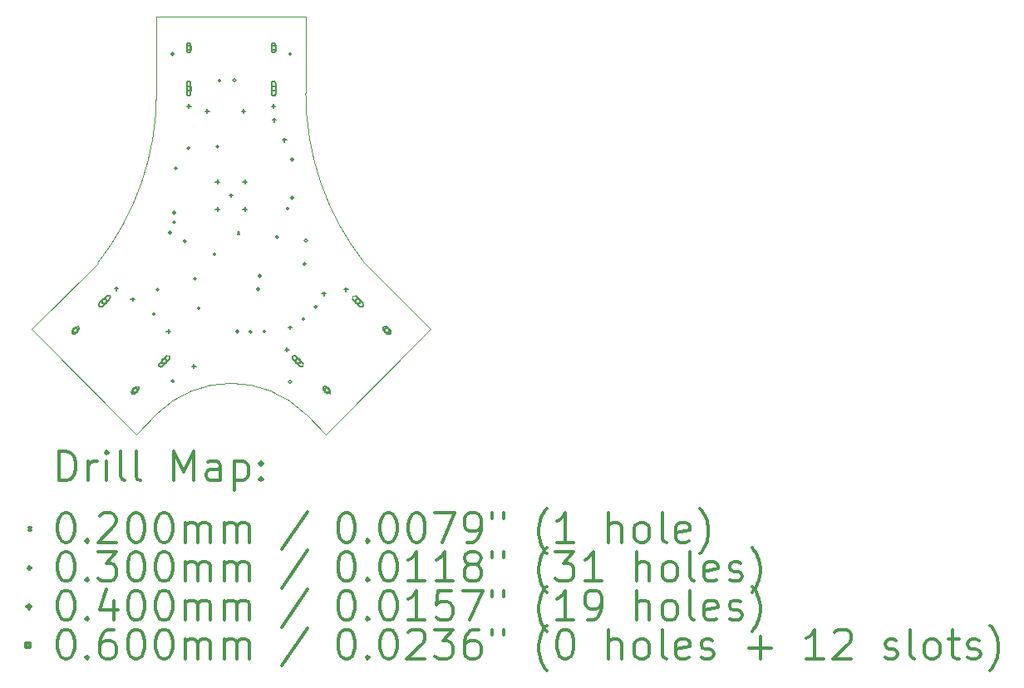
<source format=gbr>
%FSLAX45Y45*%
G04 Gerber Fmt 4.5, Leading zero omitted, Abs format (unit mm)*
G04 Created by KiCad (PCBNEW (5.1.10-1-10_14)) date 2021-07-26 11:30:28*
%MOMM*%
%LPD*%
G01*
G04 APERTURE LIST*
%TA.AperFunction,Profile*%
%ADD10C,0.100000*%
%TD*%
%ADD11C,0.200000*%
%ADD12C,0.300000*%
G04 APERTURE END LIST*
D10*
X965000Y-2235000D02*
X2035000Y-1165000D01*
X-760000Y2020000D02*
X-760000Y1241000D01*
X-1359601Y-490543D02*
G75*
G03*
X-760000Y1241000I-2200399J1731544D01*
G01*
X1359489Y-490402D02*
G75*
G02*
X760000Y1241000I2200511J1731402D01*
G01*
X760000Y-2030000D02*
G75*
G03*
X-760000Y-2030000I-760000J-760000D01*
G01*
X-965000Y-2235000D02*
X-760000Y-2030000D01*
X-2035000Y-1165000D02*
X-1359601Y-490543D01*
X2035000Y-1165000D02*
X1359601Y-490543D01*
X965000Y-2235000D02*
X760000Y-2030000D01*
X760000Y2020000D02*
X760000Y1241000D01*
X-760000Y2020000D02*
X760000Y2020000D01*
X-2035000Y-1165000D02*
X-965000Y-2235000D01*
D11*
X65000Y-175000D02*
X85000Y-195000D01*
X85000Y-175000D02*
X65000Y-195000D01*
X-775000Y-1010000D02*
G75*
G03*
X-775000Y-1010000I-15000J0D01*
G01*
X-735000Y-760000D02*
G75*
G03*
X-735000Y-760000I-15000J0D01*
G01*
X-607300Y-180000D02*
G75*
G03*
X-607300Y-180000I-15000J0D01*
G01*
X-585000Y1640000D02*
G75*
G03*
X-585000Y1640000I-15000J0D01*
G01*
X-580000Y-1695000D02*
G75*
G03*
X-580000Y-1695000I-15000J0D01*
G01*
X-565000Y22000D02*
G75*
G03*
X-565000Y22000I-15000J0D01*
G01*
X-565000Y-75000D02*
G75*
G03*
X-565000Y-75000I-15000J0D01*
G01*
X-549336Y474336D02*
G75*
G03*
X-549336Y474336I-15000J0D01*
G01*
X-459000Y-267000D02*
G75*
G03*
X-459000Y-267000I-15000J0D01*
G01*
X-420000Y680000D02*
G75*
G03*
X-420000Y680000I-15000J0D01*
G01*
X-355000Y-650000D02*
G75*
G03*
X-355000Y-650000I-15000J0D01*
G01*
X-315000Y-950000D02*
G75*
G03*
X-315000Y-950000I-15000J0D01*
G01*
X-155000Y-400000D02*
G75*
G03*
X-155000Y-400000I-15000J0D01*
G01*
X-125000Y695000D02*
G75*
G03*
X-125000Y695000I-15000J0D01*
G01*
X-105000Y1370000D02*
G75*
G03*
X-105000Y1370000I-15000J0D01*
G01*
X47700Y1375000D02*
G75*
G03*
X47700Y1375000I-15000J0D01*
G01*
X77500Y-1187500D02*
G75*
G03*
X77500Y-1187500I-15000J0D01*
G01*
X210000Y-1190000D02*
G75*
G03*
X210000Y-1190000I-15000J0D01*
G01*
X290000Y-755000D02*
G75*
G03*
X290000Y-755000I-15000J0D01*
G01*
X305000Y-620000D02*
G75*
G03*
X305000Y-620000I-15000J0D01*
G01*
X352500Y-1187500D02*
G75*
G03*
X352500Y-1187500I-15000J0D01*
G01*
X482500Y-225000D02*
G75*
G03*
X482500Y-225000I-15000J0D01*
G01*
X590000Y65000D02*
G75*
G03*
X590000Y65000I-15000J0D01*
G01*
X615000Y1640000D02*
G75*
G03*
X615000Y1640000I-15000J0D01*
G01*
X615000Y-1700000D02*
G75*
G03*
X615000Y-1700000I-15000J0D01*
G01*
X635000Y565000D02*
G75*
G03*
X635000Y565000I-15000J0D01*
G01*
X635000Y175000D02*
G75*
G03*
X635000Y175000I-15000J0D01*
G01*
X750664Y-1059336D02*
G75*
G03*
X750664Y-1059336I-15000J0D01*
G01*
X760400Y-500000D02*
G75*
G03*
X760400Y-500000I-15000J0D01*
G01*
X775000Y-260000D02*
G75*
G03*
X775000Y-260000I-15000J0D01*
G01*
X875000Y-935000D02*
G75*
G03*
X875000Y-935000I-15000J0D01*
G01*
X-1170000Y-730000D02*
X-1170000Y-770000D01*
X-1190000Y-750000D02*
X-1150000Y-750000D01*
X-1002442Y-837442D02*
X-1002442Y-877442D01*
X-1022442Y-857442D02*
X-982442Y-857442D01*
X-640000Y-1165000D02*
X-640000Y-1205000D01*
X-660000Y-1185000D02*
X-620000Y-1185000D01*
X-430000Y1130000D02*
X-430000Y1090000D01*
X-450000Y1110000D02*
X-410000Y1110000D01*
X-380000Y-1520000D02*
X-380000Y-1560000D01*
X-400000Y-1540000D02*
X-360000Y-1540000D01*
X-245000Y1077700D02*
X-245000Y1037700D01*
X-265000Y1057700D02*
X-225000Y1057700D01*
X-140000Y360000D02*
X-140000Y320000D01*
X-160000Y340000D02*
X-120000Y340000D01*
X-140000Y80000D02*
X-140000Y40000D01*
X-160000Y60000D02*
X-120000Y60000D01*
X0Y220000D02*
X0Y180000D01*
X-20000Y200000D02*
X20000Y200000D01*
X125000Y1077700D02*
X125000Y1037700D01*
X105000Y1057700D02*
X145000Y1057700D01*
X140000Y360000D02*
X140000Y320000D01*
X120000Y340000D02*
X160000Y340000D01*
X140000Y80000D02*
X140000Y40000D01*
X120000Y60000D02*
X160000Y60000D01*
X430000Y1130000D02*
X430000Y1090000D01*
X410000Y1110000D02*
X450000Y1110000D01*
X440000Y990000D02*
X440000Y950000D01*
X420000Y970000D02*
X460000Y970000D01*
X542500Y785000D02*
X542500Y745000D01*
X522500Y765000D02*
X562500Y765000D01*
X570000Y-1350000D02*
X570000Y-1390000D01*
X550000Y-1370000D02*
X590000Y-1370000D01*
X600000Y-1125000D02*
X600000Y-1165000D01*
X580000Y-1145000D02*
X620000Y-1145000D01*
X945000Y-780000D02*
X945000Y-820000D01*
X925000Y-800000D02*
X965000Y-800000D01*
X1170000Y-740000D02*
X1170000Y-780000D01*
X1150000Y-760000D02*
X1190000Y-760000D01*
X-1564503Y-1195990D02*
X-1564503Y-1153563D01*
X-1606930Y-1153563D01*
X-1606930Y-1195990D01*
X-1564503Y-1195990D01*
X-1578645Y-1139421D02*
X-1621072Y-1181847D01*
X-1550361Y-1167705D02*
X-1592787Y-1210131D01*
X-1621072Y-1181847D02*
G75*
G03*
X-1592787Y-1210131I14142J-14142D01*
G01*
X-1550361Y-1167705D02*
G75*
G03*
X-1578645Y-1139421I-14142J14142D01*
G01*
X-1268932Y-900419D02*
X-1268932Y-857992D01*
X-1311359Y-857992D01*
X-1311359Y-900419D01*
X-1268932Y-900419D01*
X-1265397Y-826172D02*
X-1343179Y-903954D01*
X-1237113Y-854457D02*
X-1314894Y-932238D01*
X-1343179Y-903954D02*
G75*
G03*
X-1314895Y-932238I14142J-14142D01*
G01*
X-1237113Y-854457D02*
G75*
G03*
X-1265397Y-826172I-14142J14142D01*
G01*
X-953563Y-1806930D02*
X-953563Y-1764503D01*
X-995989Y-1764503D01*
X-995989Y-1806930D01*
X-953563Y-1806930D01*
X-967705Y-1750361D02*
X-1010131Y-1792787D01*
X-939421Y-1778645D02*
X-981847Y-1821072D01*
X-1010131Y-1792787D02*
G75*
G03*
X-981847Y-1821072I14142J-14142D01*
G01*
X-939421Y-1778645D02*
G75*
G03*
X-967705Y-1750361I-14142J14142D01*
G01*
X-657992Y-1511359D02*
X-657992Y-1468932D01*
X-700419Y-1468932D01*
X-700419Y-1511359D01*
X-657992Y-1511359D01*
X-654457Y-1437113D02*
X-732238Y-1514894D01*
X-626172Y-1465397D02*
X-703954Y-1543179D01*
X-732238Y-1514894D02*
G75*
G03*
X-703954Y-1543179I14142J-14142D01*
G01*
X-626172Y-1465397D02*
G75*
G03*
X-654457Y-1437113I-14142J14142D01*
G01*
X-410787Y1683787D02*
X-410787Y1726213D01*
X-453213Y1726213D01*
X-453213Y1683787D01*
X-410787Y1683787D01*
X-412000Y1675000D02*
X-412000Y1735000D01*
X-452000Y1675000D02*
X-452000Y1735000D01*
X-412000Y1735000D02*
G75*
G03*
X-452000Y1735000I-20000J0D01*
G01*
X-452000Y1675000D02*
G75*
G03*
X-412000Y1675000I20000J0D01*
G01*
X-410787Y1265787D02*
X-410787Y1308213D01*
X-453213Y1308213D01*
X-453213Y1265787D01*
X-410787Y1265787D01*
X-412000Y1232000D02*
X-412000Y1342000D01*
X-452000Y1232000D02*
X-452000Y1342000D01*
X-412000Y1342000D02*
G75*
G03*
X-452000Y1342000I-20000J0D01*
G01*
X-452000Y1232000D02*
G75*
G03*
X-412000Y1232000I20000J0D01*
G01*
X453213Y1683787D02*
X453213Y1726213D01*
X410787Y1726213D01*
X410787Y1683787D01*
X453213Y1683787D01*
X452000Y1675000D02*
X452000Y1735000D01*
X412000Y1675000D02*
X412000Y1735000D01*
X452000Y1735000D02*
G75*
G03*
X412000Y1735000I-20000J0D01*
G01*
X412000Y1675000D02*
G75*
G03*
X452000Y1675000I20000J0D01*
G01*
X453213Y1265787D02*
X453213Y1308213D01*
X410787Y1308213D01*
X410787Y1265787D01*
X453213Y1265787D01*
X452000Y1232000D02*
X452000Y1342000D01*
X412000Y1232000D02*
X412000Y1342000D01*
X452000Y1342000D02*
G75*
G03*
X412000Y1342000I-20000J0D01*
G01*
X412000Y1232000D02*
G75*
G03*
X452000Y1232000I20000J0D01*
G01*
X700419Y-1511359D02*
X700419Y-1468932D01*
X657992Y-1468932D01*
X657992Y-1511359D01*
X700419Y-1511359D01*
X626172Y-1465397D02*
X703954Y-1543179D01*
X654457Y-1437113D02*
X732238Y-1514894D01*
X703954Y-1543179D02*
G75*
G03*
X732238Y-1514894I14142J14142D01*
G01*
X654457Y-1437113D02*
G75*
G03*
X626172Y-1465397I-14142J-14142D01*
G01*
X995989Y-1806930D02*
X995989Y-1764503D01*
X953563Y-1764503D01*
X953563Y-1806930D01*
X995989Y-1806930D01*
X939421Y-1778645D02*
X981847Y-1821072D01*
X967705Y-1750361D02*
X1010131Y-1792787D01*
X981847Y-1821072D02*
G75*
G03*
X1010131Y-1792787I14142J14142D01*
G01*
X967705Y-1750361D02*
G75*
G03*
X939421Y-1778645I-14142J-14142D01*
G01*
X1311359Y-900419D02*
X1311359Y-857992D01*
X1268932Y-857992D01*
X1268932Y-900419D01*
X1311359Y-900419D01*
X1237113Y-854457D02*
X1314894Y-932238D01*
X1265397Y-826172D02*
X1343179Y-903954D01*
X1314895Y-932238D02*
G75*
G03*
X1343179Y-903954I14142J14142D01*
G01*
X1265397Y-826172D02*
G75*
G03*
X1237113Y-854457I-14142J-14142D01*
G01*
X1606930Y-1195990D02*
X1606930Y-1153563D01*
X1564503Y-1153563D01*
X1564503Y-1195990D01*
X1606930Y-1195990D01*
X1550361Y-1167705D02*
X1592787Y-1210131D01*
X1578645Y-1139421D02*
X1621072Y-1181847D01*
X1592787Y-1210131D02*
G75*
G03*
X1621072Y-1181847I14142J14142D01*
G01*
X1578645Y-1139421D02*
G75*
G03*
X1550361Y-1167705I-14142J-14142D01*
G01*
D12*
X-1753571Y-2705714D02*
X-1753571Y-2405714D01*
X-1682143Y-2405714D01*
X-1639286Y-2420000D01*
X-1610714Y-2448572D01*
X-1596429Y-2477143D01*
X-1582143Y-2534286D01*
X-1582143Y-2577143D01*
X-1596429Y-2634286D01*
X-1610714Y-2662857D01*
X-1639286Y-2691429D01*
X-1682143Y-2705714D01*
X-1753571Y-2705714D01*
X-1453571Y-2705714D02*
X-1453571Y-2505714D01*
X-1453571Y-2562857D02*
X-1439286Y-2534286D01*
X-1425000Y-2520000D01*
X-1396429Y-2505714D01*
X-1367857Y-2505714D01*
X-1267857Y-2705714D02*
X-1267857Y-2505714D01*
X-1267857Y-2405714D02*
X-1282143Y-2420000D01*
X-1267857Y-2434286D01*
X-1253572Y-2420000D01*
X-1267857Y-2405714D01*
X-1267857Y-2434286D01*
X-1082143Y-2705714D02*
X-1110714Y-2691429D01*
X-1125000Y-2662857D01*
X-1125000Y-2405714D01*
X-925000Y-2705714D02*
X-953571Y-2691429D01*
X-967857Y-2662857D01*
X-967857Y-2405714D01*
X-582143Y-2705714D02*
X-582143Y-2405714D01*
X-482143Y-2620000D01*
X-382143Y-2405714D01*
X-382143Y-2705714D01*
X-110714Y-2705714D02*
X-110714Y-2548572D01*
X-125000Y-2520000D01*
X-153572Y-2505714D01*
X-210714Y-2505714D01*
X-239286Y-2520000D01*
X-110714Y-2691429D02*
X-139286Y-2705714D01*
X-210714Y-2705714D01*
X-239286Y-2691429D01*
X-253571Y-2662857D01*
X-253571Y-2634286D01*
X-239286Y-2605714D01*
X-210714Y-2591429D01*
X-139286Y-2591429D01*
X-110714Y-2577143D01*
X32143Y-2505714D02*
X32143Y-2805714D01*
X32143Y-2520000D02*
X60714Y-2505714D01*
X117857Y-2505714D01*
X146428Y-2520000D01*
X160714Y-2534286D01*
X175000Y-2562857D01*
X175000Y-2648572D01*
X160714Y-2677143D01*
X146428Y-2691429D01*
X117857Y-2705714D01*
X60714Y-2705714D01*
X32143Y-2691429D01*
X303571Y-2677143D02*
X317857Y-2691429D01*
X303571Y-2705714D01*
X289286Y-2691429D01*
X303571Y-2677143D01*
X303571Y-2705714D01*
X303571Y-2520000D02*
X317857Y-2534286D01*
X303571Y-2548572D01*
X289286Y-2534286D01*
X303571Y-2520000D01*
X303571Y-2548572D01*
X-2060000Y-3190000D02*
X-2040000Y-3210000D01*
X-2040000Y-3190000D02*
X-2060000Y-3210000D01*
X-1696429Y-3035714D02*
X-1667857Y-3035714D01*
X-1639286Y-3050000D01*
X-1625000Y-3064286D01*
X-1610714Y-3092857D01*
X-1596429Y-3150000D01*
X-1596429Y-3221429D01*
X-1610714Y-3278571D01*
X-1625000Y-3307143D01*
X-1639286Y-3321429D01*
X-1667857Y-3335714D01*
X-1696429Y-3335714D01*
X-1725000Y-3321429D01*
X-1739286Y-3307143D01*
X-1753571Y-3278571D01*
X-1767857Y-3221429D01*
X-1767857Y-3150000D01*
X-1753571Y-3092857D01*
X-1739286Y-3064286D01*
X-1725000Y-3050000D01*
X-1696429Y-3035714D01*
X-1467857Y-3307143D02*
X-1453571Y-3321429D01*
X-1467857Y-3335714D01*
X-1482143Y-3321429D01*
X-1467857Y-3307143D01*
X-1467857Y-3335714D01*
X-1339286Y-3064286D02*
X-1325000Y-3050000D01*
X-1296429Y-3035714D01*
X-1225000Y-3035714D01*
X-1196429Y-3050000D01*
X-1182143Y-3064286D01*
X-1167857Y-3092857D01*
X-1167857Y-3121429D01*
X-1182143Y-3164286D01*
X-1353572Y-3335714D01*
X-1167857Y-3335714D01*
X-982143Y-3035714D02*
X-953571Y-3035714D01*
X-925000Y-3050000D01*
X-910714Y-3064286D01*
X-896429Y-3092857D01*
X-882143Y-3150000D01*
X-882143Y-3221429D01*
X-896429Y-3278571D01*
X-910714Y-3307143D01*
X-925000Y-3321429D01*
X-953571Y-3335714D01*
X-982143Y-3335714D01*
X-1010714Y-3321429D01*
X-1025000Y-3307143D01*
X-1039286Y-3278571D01*
X-1053572Y-3221429D01*
X-1053572Y-3150000D01*
X-1039286Y-3092857D01*
X-1025000Y-3064286D01*
X-1010714Y-3050000D01*
X-982143Y-3035714D01*
X-696429Y-3035714D02*
X-667857Y-3035714D01*
X-639286Y-3050000D01*
X-625000Y-3064286D01*
X-610714Y-3092857D01*
X-596429Y-3150000D01*
X-596429Y-3221429D01*
X-610714Y-3278571D01*
X-625000Y-3307143D01*
X-639286Y-3321429D01*
X-667857Y-3335714D01*
X-696429Y-3335714D01*
X-725000Y-3321429D01*
X-739286Y-3307143D01*
X-753571Y-3278571D01*
X-767857Y-3221429D01*
X-767857Y-3150000D01*
X-753571Y-3092857D01*
X-739286Y-3064286D01*
X-725000Y-3050000D01*
X-696429Y-3035714D01*
X-467857Y-3335714D02*
X-467857Y-3135714D01*
X-467857Y-3164286D02*
X-453571Y-3150000D01*
X-425000Y-3135714D01*
X-382143Y-3135714D01*
X-353571Y-3150000D01*
X-339286Y-3178571D01*
X-339286Y-3335714D01*
X-339286Y-3178571D02*
X-325000Y-3150000D01*
X-296429Y-3135714D01*
X-253571Y-3135714D01*
X-225000Y-3150000D01*
X-210714Y-3178571D01*
X-210714Y-3335714D01*
X-67857Y-3335714D02*
X-67857Y-3135714D01*
X-67857Y-3164286D02*
X-53571Y-3150000D01*
X-25000Y-3135714D01*
X17857Y-3135714D01*
X46428Y-3150000D01*
X60714Y-3178571D01*
X60714Y-3335714D01*
X60714Y-3178571D02*
X75000Y-3150000D01*
X103571Y-3135714D01*
X146428Y-3135714D01*
X175000Y-3150000D01*
X189286Y-3178571D01*
X189286Y-3335714D01*
X775000Y-3021429D02*
X517857Y-3407143D01*
X1160714Y-3035714D02*
X1189286Y-3035714D01*
X1217857Y-3050000D01*
X1232143Y-3064286D01*
X1246428Y-3092857D01*
X1260714Y-3150000D01*
X1260714Y-3221429D01*
X1246428Y-3278571D01*
X1232143Y-3307143D01*
X1217857Y-3321429D01*
X1189286Y-3335714D01*
X1160714Y-3335714D01*
X1132143Y-3321429D01*
X1117857Y-3307143D01*
X1103571Y-3278571D01*
X1089286Y-3221429D01*
X1089286Y-3150000D01*
X1103571Y-3092857D01*
X1117857Y-3064286D01*
X1132143Y-3050000D01*
X1160714Y-3035714D01*
X1389286Y-3307143D02*
X1403571Y-3321429D01*
X1389286Y-3335714D01*
X1375000Y-3321429D01*
X1389286Y-3307143D01*
X1389286Y-3335714D01*
X1589286Y-3035714D02*
X1617857Y-3035714D01*
X1646428Y-3050000D01*
X1660714Y-3064286D01*
X1675000Y-3092857D01*
X1689286Y-3150000D01*
X1689286Y-3221429D01*
X1675000Y-3278571D01*
X1660714Y-3307143D01*
X1646428Y-3321429D01*
X1617857Y-3335714D01*
X1589286Y-3335714D01*
X1560714Y-3321429D01*
X1546428Y-3307143D01*
X1532143Y-3278571D01*
X1517857Y-3221429D01*
X1517857Y-3150000D01*
X1532143Y-3092857D01*
X1546428Y-3064286D01*
X1560714Y-3050000D01*
X1589286Y-3035714D01*
X1875000Y-3035714D02*
X1903571Y-3035714D01*
X1932143Y-3050000D01*
X1946428Y-3064286D01*
X1960714Y-3092857D01*
X1975000Y-3150000D01*
X1975000Y-3221429D01*
X1960714Y-3278571D01*
X1946428Y-3307143D01*
X1932143Y-3321429D01*
X1903571Y-3335714D01*
X1875000Y-3335714D01*
X1846428Y-3321429D01*
X1832143Y-3307143D01*
X1817857Y-3278571D01*
X1803571Y-3221429D01*
X1803571Y-3150000D01*
X1817857Y-3092857D01*
X1832143Y-3064286D01*
X1846428Y-3050000D01*
X1875000Y-3035714D01*
X2075000Y-3035714D02*
X2275000Y-3035714D01*
X2146428Y-3335714D01*
X2403571Y-3335714D02*
X2460714Y-3335714D01*
X2489286Y-3321429D01*
X2503571Y-3307143D01*
X2532143Y-3264286D01*
X2546428Y-3207143D01*
X2546428Y-3092857D01*
X2532143Y-3064286D01*
X2517857Y-3050000D01*
X2489286Y-3035714D01*
X2432143Y-3035714D01*
X2403571Y-3050000D01*
X2389286Y-3064286D01*
X2375000Y-3092857D01*
X2375000Y-3164286D01*
X2389286Y-3192857D01*
X2403571Y-3207143D01*
X2432143Y-3221429D01*
X2489286Y-3221429D01*
X2517857Y-3207143D01*
X2532143Y-3192857D01*
X2546428Y-3164286D01*
X2660714Y-3035714D02*
X2660714Y-3092857D01*
X2775000Y-3035714D02*
X2775000Y-3092857D01*
X3217857Y-3450000D02*
X3203571Y-3435714D01*
X3175000Y-3392857D01*
X3160714Y-3364286D01*
X3146428Y-3321429D01*
X3132143Y-3250000D01*
X3132143Y-3192857D01*
X3146428Y-3121429D01*
X3160714Y-3078571D01*
X3175000Y-3050000D01*
X3203571Y-3007143D01*
X3217857Y-2992857D01*
X3489286Y-3335714D02*
X3317857Y-3335714D01*
X3403571Y-3335714D02*
X3403571Y-3035714D01*
X3375000Y-3078571D01*
X3346428Y-3107143D01*
X3317857Y-3121429D01*
X3846428Y-3335714D02*
X3846428Y-3035714D01*
X3975000Y-3335714D02*
X3975000Y-3178571D01*
X3960714Y-3150000D01*
X3932143Y-3135714D01*
X3889286Y-3135714D01*
X3860714Y-3150000D01*
X3846428Y-3164286D01*
X4160714Y-3335714D02*
X4132143Y-3321429D01*
X4117857Y-3307143D01*
X4103571Y-3278571D01*
X4103571Y-3192857D01*
X4117857Y-3164286D01*
X4132143Y-3150000D01*
X4160714Y-3135714D01*
X4203571Y-3135714D01*
X4232143Y-3150000D01*
X4246428Y-3164286D01*
X4260714Y-3192857D01*
X4260714Y-3278571D01*
X4246428Y-3307143D01*
X4232143Y-3321429D01*
X4203571Y-3335714D01*
X4160714Y-3335714D01*
X4432143Y-3335714D02*
X4403571Y-3321429D01*
X4389286Y-3292857D01*
X4389286Y-3035714D01*
X4660714Y-3321429D02*
X4632143Y-3335714D01*
X4575000Y-3335714D01*
X4546428Y-3321429D01*
X4532143Y-3292857D01*
X4532143Y-3178571D01*
X4546428Y-3150000D01*
X4575000Y-3135714D01*
X4632143Y-3135714D01*
X4660714Y-3150000D01*
X4675000Y-3178571D01*
X4675000Y-3207143D01*
X4532143Y-3235714D01*
X4775000Y-3450000D02*
X4789286Y-3435714D01*
X4817857Y-3392857D01*
X4832143Y-3364286D01*
X4846428Y-3321429D01*
X4860714Y-3250000D01*
X4860714Y-3192857D01*
X4846428Y-3121429D01*
X4832143Y-3078571D01*
X4817857Y-3050000D01*
X4789286Y-3007143D01*
X4775000Y-2992857D01*
X-2040000Y-3596000D02*
G75*
G03*
X-2040000Y-3596000I-15000J0D01*
G01*
X-1696429Y-3431714D02*
X-1667857Y-3431714D01*
X-1639286Y-3446000D01*
X-1625000Y-3460286D01*
X-1610714Y-3488857D01*
X-1596429Y-3546000D01*
X-1596429Y-3617429D01*
X-1610714Y-3674571D01*
X-1625000Y-3703143D01*
X-1639286Y-3717429D01*
X-1667857Y-3731714D01*
X-1696429Y-3731714D01*
X-1725000Y-3717429D01*
X-1739286Y-3703143D01*
X-1753571Y-3674571D01*
X-1767857Y-3617429D01*
X-1767857Y-3546000D01*
X-1753571Y-3488857D01*
X-1739286Y-3460286D01*
X-1725000Y-3446000D01*
X-1696429Y-3431714D01*
X-1467857Y-3703143D02*
X-1453571Y-3717429D01*
X-1467857Y-3731714D01*
X-1482143Y-3717429D01*
X-1467857Y-3703143D01*
X-1467857Y-3731714D01*
X-1353572Y-3431714D02*
X-1167857Y-3431714D01*
X-1267857Y-3546000D01*
X-1225000Y-3546000D01*
X-1196429Y-3560286D01*
X-1182143Y-3574571D01*
X-1167857Y-3603143D01*
X-1167857Y-3674571D01*
X-1182143Y-3703143D01*
X-1196429Y-3717429D01*
X-1225000Y-3731714D01*
X-1310714Y-3731714D01*
X-1339286Y-3717429D01*
X-1353572Y-3703143D01*
X-982143Y-3431714D02*
X-953571Y-3431714D01*
X-925000Y-3446000D01*
X-910714Y-3460286D01*
X-896429Y-3488857D01*
X-882143Y-3546000D01*
X-882143Y-3617429D01*
X-896429Y-3674571D01*
X-910714Y-3703143D01*
X-925000Y-3717429D01*
X-953571Y-3731714D01*
X-982143Y-3731714D01*
X-1010714Y-3717429D01*
X-1025000Y-3703143D01*
X-1039286Y-3674571D01*
X-1053572Y-3617429D01*
X-1053572Y-3546000D01*
X-1039286Y-3488857D01*
X-1025000Y-3460286D01*
X-1010714Y-3446000D01*
X-982143Y-3431714D01*
X-696429Y-3431714D02*
X-667857Y-3431714D01*
X-639286Y-3446000D01*
X-625000Y-3460286D01*
X-610714Y-3488857D01*
X-596429Y-3546000D01*
X-596429Y-3617429D01*
X-610714Y-3674571D01*
X-625000Y-3703143D01*
X-639286Y-3717429D01*
X-667857Y-3731714D01*
X-696429Y-3731714D01*
X-725000Y-3717429D01*
X-739286Y-3703143D01*
X-753571Y-3674571D01*
X-767857Y-3617429D01*
X-767857Y-3546000D01*
X-753571Y-3488857D01*
X-739286Y-3460286D01*
X-725000Y-3446000D01*
X-696429Y-3431714D01*
X-467857Y-3731714D02*
X-467857Y-3531714D01*
X-467857Y-3560286D02*
X-453571Y-3546000D01*
X-425000Y-3531714D01*
X-382143Y-3531714D01*
X-353571Y-3546000D01*
X-339286Y-3574571D01*
X-339286Y-3731714D01*
X-339286Y-3574571D02*
X-325000Y-3546000D01*
X-296429Y-3531714D01*
X-253571Y-3531714D01*
X-225000Y-3546000D01*
X-210714Y-3574571D01*
X-210714Y-3731714D01*
X-67857Y-3731714D02*
X-67857Y-3531714D01*
X-67857Y-3560286D02*
X-53571Y-3546000D01*
X-25000Y-3531714D01*
X17857Y-3531714D01*
X46428Y-3546000D01*
X60714Y-3574571D01*
X60714Y-3731714D01*
X60714Y-3574571D02*
X75000Y-3546000D01*
X103571Y-3531714D01*
X146428Y-3531714D01*
X175000Y-3546000D01*
X189286Y-3574571D01*
X189286Y-3731714D01*
X775000Y-3417429D02*
X517857Y-3803143D01*
X1160714Y-3431714D02*
X1189286Y-3431714D01*
X1217857Y-3446000D01*
X1232143Y-3460286D01*
X1246428Y-3488857D01*
X1260714Y-3546000D01*
X1260714Y-3617429D01*
X1246428Y-3674571D01*
X1232143Y-3703143D01*
X1217857Y-3717429D01*
X1189286Y-3731714D01*
X1160714Y-3731714D01*
X1132143Y-3717429D01*
X1117857Y-3703143D01*
X1103571Y-3674571D01*
X1089286Y-3617429D01*
X1089286Y-3546000D01*
X1103571Y-3488857D01*
X1117857Y-3460286D01*
X1132143Y-3446000D01*
X1160714Y-3431714D01*
X1389286Y-3703143D02*
X1403571Y-3717429D01*
X1389286Y-3731714D01*
X1375000Y-3717429D01*
X1389286Y-3703143D01*
X1389286Y-3731714D01*
X1589286Y-3431714D02*
X1617857Y-3431714D01*
X1646428Y-3446000D01*
X1660714Y-3460286D01*
X1675000Y-3488857D01*
X1689286Y-3546000D01*
X1689286Y-3617429D01*
X1675000Y-3674571D01*
X1660714Y-3703143D01*
X1646428Y-3717429D01*
X1617857Y-3731714D01*
X1589286Y-3731714D01*
X1560714Y-3717429D01*
X1546428Y-3703143D01*
X1532143Y-3674571D01*
X1517857Y-3617429D01*
X1517857Y-3546000D01*
X1532143Y-3488857D01*
X1546428Y-3460286D01*
X1560714Y-3446000D01*
X1589286Y-3431714D01*
X1975000Y-3731714D02*
X1803571Y-3731714D01*
X1889286Y-3731714D02*
X1889286Y-3431714D01*
X1860714Y-3474571D01*
X1832143Y-3503143D01*
X1803571Y-3517429D01*
X2260714Y-3731714D02*
X2089286Y-3731714D01*
X2175000Y-3731714D02*
X2175000Y-3431714D01*
X2146428Y-3474571D01*
X2117857Y-3503143D01*
X2089286Y-3517429D01*
X2432143Y-3560286D02*
X2403571Y-3546000D01*
X2389286Y-3531714D01*
X2375000Y-3503143D01*
X2375000Y-3488857D01*
X2389286Y-3460286D01*
X2403571Y-3446000D01*
X2432143Y-3431714D01*
X2489286Y-3431714D01*
X2517857Y-3446000D01*
X2532143Y-3460286D01*
X2546428Y-3488857D01*
X2546428Y-3503143D01*
X2532143Y-3531714D01*
X2517857Y-3546000D01*
X2489286Y-3560286D01*
X2432143Y-3560286D01*
X2403571Y-3574571D01*
X2389286Y-3588857D01*
X2375000Y-3617429D01*
X2375000Y-3674571D01*
X2389286Y-3703143D01*
X2403571Y-3717429D01*
X2432143Y-3731714D01*
X2489286Y-3731714D01*
X2517857Y-3717429D01*
X2532143Y-3703143D01*
X2546428Y-3674571D01*
X2546428Y-3617429D01*
X2532143Y-3588857D01*
X2517857Y-3574571D01*
X2489286Y-3560286D01*
X2660714Y-3431714D02*
X2660714Y-3488857D01*
X2775000Y-3431714D02*
X2775000Y-3488857D01*
X3217857Y-3846000D02*
X3203571Y-3831714D01*
X3175000Y-3788857D01*
X3160714Y-3760286D01*
X3146428Y-3717429D01*
X3132143Y-3646000D01*
X3132143Y-3588857D01*
X3146428Y-3517429D01*
X3160714Y-3474571D01*
X3175000Y-3446000D01*
X3203571Y-3403143D01*
X3217857Y-3388857D01*
X3303571Y-3431714D02*
X3489286Y-3431714D01*
X3389286Y-3546000D01*
X3432143Y-3546000D01*
X3460714Y-3560286D01*
X3475000Y-3574571D01*
X3489286Y-3603143D01*
X3489286Y-3674571D01*
X3475000Y-3703143D01*
X3460714Y-3717429D01*
X3432143Y-3731714D01*
X3346428Y-3731714D01*
X3317857Y-3717429D01*
X3303571Y-3703143D01*
X3775000Y-3731714D02*
X3603571Y-3731714D01*
X3689286Y-3731714D02*
X3689286Y-3431714D01*
X3660714Y-3474571D01*
X3632143Y-3503143D01*
X3603571Y-3517429D01*
X4132143Y-3731714D02*
X4132143Y-3431714D01*
X4260714Y-3731714D02*
X4260714Y-3574571D01*
X4246428Y-3546000D01*
X4217857Y-3531714D01*
X4175000Y-3531714D01*
X4146428Y-3546000D01*
X4132143Y-3560286D01*
X4446428Y-3731714D02*
X4417857Y-3717429D01*
X4403571Y-3703143D01*
X4389286Y-3674571D01*
X4389286Y-3588857D01*
X4403571Y-3560286D01*
X4417857Y-3546000D01*
X4446428Y-3531714D01*
X4489286Y-3531714D01*
X4517857Y-3546000D01*
X4532143Y-3560286D01*
X4546428Y-3588857D01*
X4546428Y-3674571D01*
X4532143Y-3703143D01*
X4517857Y-3717429D01*
X4489286Y-3731714D01*
X4446428Y-3731714D01*
X4717857Y-3731714D02*
X4689286Y-3717429D01*
X4675000Y-3688857D01*
X4675000Y-3431714D01*
X4946428Y-3717429D02*
X4917857Y-3731714D01*
X4860714Y-3731714D01*
X4832143Y-3717429D01*
X4817857Y-3688857D01*
X4817857Y-3574571D01*
X4832143Y-3546000D01*
X4860714Y-3531714D01*
X4917857Y-3531714D01*
X4946428Y-3546000D01*
X4960714Y-3574571D01*
X4960714Y-3603143D01*
X4817857Y-3631714D01*
X5075000Y-3717429D02*
X5103571Y-3731714D01*
X5160714Y-3731714D01*
X5189286Y-3717429D01*
X5203571Y-3688857D01*
X5203571Y-3674571D01*
X5189286Y-3646000D01*
X5160714Y-3631714D01*
X5117857Y-3631714D01*
X5089286Y-3617429D01*
X5075000Y-3588857D01*
X5075000Y-3574571D01*
X5089286Y-3546000D01*
X5117857Y-3531714D01*
X5160714Y-3531714D01*
X5189286Y-3546000D01*
X5303571Y-3846000D02*
X5317857Y-3831714D01*
X5346428Y-3788857D01*
X5360714Y-3760286D01*
X5375000Y-3717429D01*
X5389286Y-3646000D01*
X5389286Y-3588857D01*
X5375000Y-3517429D01*
X5360714Y-3474571D01*
X5346428Y-3446000D01*
X5317857Y-3403143D01*
X5303571Y-3388857D01*
X-2060000Y-3972000D02*
X-2060000Y-4012000D01*
X-2080000Y-3992000D02*
X-2040000Y-3992000D01*
X-1696429Y-3827714D02*
X-1667857Y-3827714D01*
X-1639286Y-3842000D01*
X-1625000Y-3856286D01*
X-1610714Y-3884857D01*
X-1596429Y-3942000D01*
X-1596429Y-4013429D01*
X-1610714Y-4070571D01*
X-1625000Y-4099143D01*
X-1639286Y-4113429D01*
X-1667857Y-4127714D01*
X-1696429Y-4127714D01*
X-1725000Y-4113429D01*
X-1739286Y-4099143D01*
X-1753571Y-4070571D01*
X-1767857Y-4013429D01*
X-1767857Y-3942000D01*
X-1753571Y-3884857D01*
X-1739286Y-3856286D01*
X-1725000Y-3842000D01*
X-1696429Y-3827714D01*
X-1467857Y-4099143D02*
X-1453571Y-4113429D01*
X-1467857Y-4127714D01*
X-1482143Y-4113429D01*
X-1467857Y-4099143D01*
X-1467857Y-4127714D01*
X-1196429Y-3927714D02*
X-1196429Y-4127714D01*
X-1267857Y-3813429D02*
X-1339286Y-4027714D01*
X-1153572Y-4027714D01*
X-982143Y-3827714D02*
X-953571Y-3827714D01*
X-925000Y-3842000D01*
X-910714Y-3856286D01*
X-896429Y-3884857D01*
X-882143Y-3942000D01*
X-882143Y-4013429D01*
X-896429Y-4070571D01*
X-910714Y-4099143D01*
X-925000Y-4113429D01*
X-953571Y-4127714D01*
X-982143Y-4127714D01*
X-1010714Y-4113429D01*
X-1025000Y-4099143D01*
X-1039286Y-4070571D01*
X-1053572Y-4013429D01*
X-1053572Y-3942000D01*
X-1039286Y-3884857D01*
X-1025000Y-3856286D01*
X-1010714Y-3842000D01*
X-982143Y-3827714D01*
X-696429Y-3827714D02*
X-667857Y-3827714D01*
X-639286Y-3842000D01*
X-625000Y-3856286D01*
X-610714Y-3884857D01*
X-596429Y-3942000D01*
X-596429Y-4013429D01*
X-610714Y-4070571D01*
X-625000Y-4099143D01*
X-639286Y-4113429D01*
X-667857Y-4127714D01*
X-696429Y-4127714D01*
X-725000Y-4113429D01*
X-739286Y-4099143D01*
X-753571Y-4070571D01*
X-767857Y-4013429D01*
X-767857Y-3942000D01*
X-753571Y-3884857D01*
X-739286Y-3856286D01*
X-725000Y-3842000D01*
X-696429Y-3827714D01*
X-467857Y-4127714D02*
X-467857Y-3927714D01*
X-467857Y-3956286D02*
X-453571Y-3942000D01*
X-425000Y-3927714D01*
X-382143Y-3927714D01*
X-353571Y-3942000D01*
X-339286Y-3970571D01*
X-339286Y-4127714D01*
X-339286Y-3970571D02*
X-325000Y-3942000D01*
X-296429Y-3927714D01*
X-253571Y-3927714D01*
X-225000Y-3942000D01*
X-210714Y-3970571D01*
X-210714Y-4127714D01*
X-67857Y-4127714D02*
X-67857Y-3927714D01*
X-67857Y-3956286D02*
X-53571Y-3942000D01*
X-25000Y-3927714D01*
X17857Y-3927714D01*
X46428Y-3942000D01*
X60714Y-3970571D01*
X60714Y-4127714D01*
X60714Y-3970571D02*
X75000Y-3942000D01*
X103571Y-3927714D01*
X146428Y-3927714D01*
X175000Y-3942000D01*
X189286Y-3970571D01*
X189286Y-4127714D01*
X775000Y-3813429D02*
X517857Y-4199143D01*
X1160714Y-3827714D02*
X1189286Y-3827714D01*
X1217857Y-3842000D01*
X1232143Y-3856286D01*
X1246428Y-3884857D01*
X1260714Y-3942000D01*
X1260714Y-4013429D01*
X1246428Y-4070571D01*
X1232143Y-4099143D01*
X1217857Y-4113429D01*
X1189286Y-4127714D01*
X1160714Y-4127714D01*
X1132143Y-4113429D01*
X1117857Y-4099143D01*
X1103571Y-4070571D01*
X1089286Y-4013429D01*
X1089286Y-3942000D01*
X1103571Y-3884857D01*
X1117857Y-3856286D01*
X1132143Y-3842000D01*
X1160714Y-3827714D01*
X1389286Y-4099143D02*
X1403571Y-4113429D01*
X1389286Y-4127714D01*
X1375000Y-4113429D01*
X1389286Y-4099143D01*
X1389286Y-4127714D01*
X1589286Y-3827714D02*
X1617857Y-3827714D01*
X1646428Y-3842000D01*
X1660714Y-3856286D01*
X1675000Y-3884857D01*
X1689286Y-3942000D01*
X1689286Y-4013429D01*
X1675000Y-4070571D01*
X1660714Y-4099143D01*
X1646428Y-4113429D01*
X1617857Y-4127714D01*
X1589286Y-4127714D01*
X1560714Y-4113429D01*
X1546428Y-4099143D01*
X1532143Y-4070571D01*
X1517857Y-4013429D01*
X1517857Y-3942000D01*
X1532143Y-3884857D01*
X1546428Y-3856286D01*
X1560714Y-3842000D01*
X1589286Y-3827714D01*
X1975000Y-4127714D02*
X1803571Y-4127714D01*
X1889286Y-4127714D02*
X1889286Y-3827714D01*
X1860714Y-3870571D01*
X1832143Y-3899143D01*
X1803571Y-3913429D01*
X2246428Y-3827714D02*
X2103571Y-3827714D01*
X2089286Y-3970571D01*
X2103571Y-3956286D01*
X2132143Y-3942000D01*
X2203571Y-3942000D01*
X2232143Y-3956286D01*
X2246428Y-3970571D01*
X2260714Y-3999143D01*
X2260714Y-4070571D01*
X2246428Y-4099143D01*
X2232143Y-4113429D01*
X2203571Y-4127714D01*
X2132143Y-4127714D01*
X2103571Y-4113429D01*
X2089286Y-4099143D01*
X2360714Y-3827714D02*
X2560714Y-3827714D01*
X2432143Y-4127714D01*
X2660714Y-3827714D02*
X2660714Y-3884857D01*
X2775000Y-3827714D02*
X2775000Y-3884857D01*
X3217857Y-4242000D02*
X3203571Y-4227714D01*
X3175000Y-4184857D01*
X3160714Y-4156286D01*
X3146428Y-4113429D01*
X3132143Y-4042000D01*
X3132143Y-3984857D01*
X3146428Y-3913429D01*
X3160714Y-3870571D01*
X3175000Y-3842000D01*
X3203571Y-3799143D01*
X3217857Y-3784857D01*
X3489286Y-4127714D02*
X3317857Y-4127714D01*
X3403571Y-4127714D02*
X3403571Y-3827714D01*
X3375000Y-3870571D01*
X3346428Y-3899143D01*
X3317857Y-3913429D01*
X3632143Y-4127714D02*
X3689286Y-4127714D01*
X3717857Y-4113429D01*
X3732143Y-4099143D01*
X3760714Y-4056286D01*
X3775000Y-3999143D01*
X3775000Y-3884857D01*
X3760714Y-3856286D01*
X3746428Y-3842000D01*
X3717857Y-3827714D01*
X3660714Y-3827714D01*
X3632143Y-3842000D01*
X3617857Y-3856286D01*
X3603571Y-3884857D01*
X3603571Y-3956286D01*
X3617857Y-3984857D01*
X3632143Y-3999143D01*
X3660714Y-4013429D01*
X3717857Y-4013429D01*
X3746428Y-3999143D01*
X3760714Y-3984857D01*
X3775000Y-3956286D01*
X4132143Y-4127714D02*
X4132143Y-3827714D01*
X4260714Y-4127714D02*
X4260714Y-3970571D01*
X4246428Y-3942000D01*
X4217857Y-3927714D01*
X4175000Y-3927714D01*
X4146428Y-3942000D01*
X4132143Y-3956286D01*
X4446428Y-4127714D02*
X4417857Y-4113429D01*
X4403571Y-4099143D01*
X4389286Y-4070571D01*
X4389286Y-3984857D01*
X4403571Y-3956286D01*
X4417857Y-3942000D01*
X4446428Y-3927714D01*
X4489286Y-3927714D01*
X4517857Y-3942000D01*
X4532143Y-3956286D01*
X4546428Y-3984857D01*
X4546428Y-4070571D01*
X4532143Y-4099143D01*
X4517857Y-4113429D01*
X4489286Y-4127714D01*
X4446428Y-4127714D01*
X4717857Y-4127714D02*
X4689286Y-4113429D01*
X4675000Y-4084857D01*
X4675000Y-3827714D01*
X4946428Y-4113429D02*
X4917857Y-4127714D01*
X4860714Y-4127714D01*
X4832143Y-4113429D01*
X4817857Y-4084857D01*
X4817857Y-3970571D01*
X4832143Y-3942000D01*
X4860714Y-3927714D01*
X4917857Y-3927714D01*
X4946428Y-3942000D01*
X4960714Y-3970571D01*
X4960714Y-3999143D01*
X4817857Y-4027714D01*
X5075000Y-4113429D02*
X5103571Y-4127714D01*
X5160714Y-4127714D01*
X5189286Y-4113429D01*
X5203571Y-4084857D01*
X5203571Y-4070571D01*
X5189286Y-4042000D01*
X5160714Y-4027714D01*
X5117857Y-4027714D01*
X5089286Y-4013429D01*
X5075000Y-3984857D01*
X5075000Y-3970571D01*
X5089286Y-3942000D01*
X5117857Y-3927714D01*
X5160714Y-3927714D01*
X5189286Y-3942000D01*
X5303571Y-4242000D02*
X5317857Y-4227714D01*
X5346428Y-4184857D01*
X5360714Y-4156286D01*
X5375000Y-4113429D01*
X5389286Y-4042000D01*
X5389286Y-3984857D01*
X5375000Y-3913429D01*
X5360714Y-3870571D01*
X5346428Y-3842000D01*
X5317857Y-3799143D01*
X5303571Y-3784857D01*
X-2048787Y-4409214D02*
X-2048787Y-4366787D01*
X-2091213Y-4366787D01*
X-2091213Y-4409214D01*
X-2048787Y-4409214D01*
X-1696429Y-4223714D02*
X-1667857Y-4223714D01*
X-1639286Y-4238000D01*
X-1625000Y-4252286D01*
X-1610714Y-4280857D01*
X-1596429Y-4338000D01*
X-1596429Y-4409429D01*
X-1610714Y-4466572D01*
X-1625000Y-4495143D01*
X-1639286Y-4509429D01*
X-1667857Y-4523714D01*
X-1696429Y-4523714D01*
X-1725000Y-4509429D01*
X-1739286Y-4495143D01*
X-1753571Y-4466572D01*
X-1767857Y-4409429D01*
X-1767857Y-4338000D01*
X-1753571Y-4280857D01*
X-1739286Y-4252286D01*
X-1725000Y-4238000D01*
X-1696429Y-4223714D01*
X-1467857Y-4495143D02*
X-1453571Y-4509429D01*
X-1467857Y-4523714D01*
X-1482143Y-4509429D01*
X-1467857Y-4495143D01*
X-1467857Y-4523714D01*
X-1196429Y-4223714D02*
X-1253572Y-4223714D01*
X-1282143Y-4238000D01*
X-1296429Y-4252286D01*
X-1325000Y-4295143D01*
X-1339286Y-4352286D01*
X-1339286Y-4466572D01*
X-1325000Y-4495143D01*
X-1310714Y-4509429D01*
X-1282143Y-4523714D01*
X-1225000Y-4523714D01*
X-1196429Y-4509429D01*
X-1182143Y-4495143D01*
X-1167857Y-4466572D01*
X-1167857Y-4395143D01*
X-1182143Y-4366572D01*
X-1196429Y-4352286D01*
X-1225000Y-4338000D01*
X-1282143Y-4338000D01*
X-1310714Y-4352286D01*
X-1325000Y-4366572D01*
X-1339286Y-4395143D01*
X-982143Y-4223714D02*
X-953571Y-4223714D01*
X-925000Y-4238000D01*
X-910714Y-4252286D01*
X-896429Y-4280857D01*
X-882143Y-4338000D01*
X-882143Y-4409429D01*
X-896429Y-4466572D01*
X-910714Y-4495143D01*
X-925000Y-4509429D01*
X-953571Y-4523714D01*
X-982143Y-4523714D01*
X-1010714Y-4509429D01*
X-1025000Y-4495143D01*
X-1039286Y-4466572D01*
X-1053572Y-4409429D01*
X-1053572Y-4338000D01*
X-1039286Y-4280857D01*
X-1025000Y-4252286D01*
X-1010714Y-4238000D01*
X-982143Y-4223714D01*
X-696429Y-4223714D02*
X-667857Y-4223714D01*
X-639286Y-4238000D01*
X-625000Y-4252286D01*
X-610714Y-4280857D01*
X-596429Y-4338000D01*
X-596429Y-4409429D01*
X-610714Y-4466572D01*
X-625000Y-4495143D01*
X-639286Y-4509429D01*
X-667857Y-4523714D01*
X-696429Y-4523714D01*
X-725000Y-4509429D01*
X-739286Y-4495143D01*
X-753571Y-4466572D01*
X-767857Y-4409429D01*
X-767857Y-4338000D01*
X-753571Y-4280857D01*
X-739286Y-4252286D01*
X-725000Y-4238000D01*
X-696429Y-4223714D01*
X-467857Y-4523714D02*
X-467857Y-4323714D01*
X-467857Y-4352286D02*
X-453571Y-4338000D01*
X-425000Y-4323714D01*
X-382143Y-4323714D01*
X-353571Y-4338000D01*
X-339286Y-4366572D01*
X-339286Y-4523714D01*
X-339286Y-4366572D02*
X-325000Y-4338000D01*
X-296429Y-4323714D01*
X-253571Y-4323714D01*
X-225000Y-4338000D01*
X-210714Y-4366572D01*
X-210714Y-4523714D01*
X-67857Y-4523714D02*
X-67857Y-4323714D01*
X-67857Y-4352286D02*
X-53571Y-4338000D01*
X-25000Y-4323714D01*
X17857Y-4323714D01*
X46428Y-4338000D01*
X60714Y-4366572D01*
X60714Y-4523714D01*
X60714Y-4366572D02*
X75000Y-4338000D01*
X103571Y-4323714D01*
X146428Y-4323714D01*
X175000Y-4338000D01*
X189286Y-4366572D01*
X189286Y-4523714D01*
X775000Y-4209429D02*
X517857Y-4595143D01*
X1160714Y-4223714D02*
X1189286Y-4223714D01*
X1217857Y-4238000D01*
X1232143Y-4252286D01*
X1246428Y-4280857D01*
X1260714Y-4338000D01*
X1260714Y-4409429D01*
X1246428Y-4466572D01*
X1232143Y-4495143D01*
X1217857Y-4509429D01*
X1189286Y-4523714D01*
X1160714Y-4523714D01*
X1132143Y-4509429D01*
X1117857Y-4495143D01*
X1103571Y-4466572D01*
X1089286Y-4409429D01*
X1089286Y-4338000D01*
X1103571Y-4280857D01*
X1117857Y-4252286D01*
X1132143Y-4238000D01*
X1160714Y-4223714D01*
X1389286Y-4495143D02*
X1403571Y-4509429D01*
X1389286Y-4523714D01*
X1375000Y-4509429D01*
X1389286Y-4495143D01*
X1389286Y-4523714D01*
X1589286Y-4223714D02*
X1617857Y-4223714D01*
X1646428Y-4238000D01*
X1660714Y-4252286D01*
X1675000Y-4280857D01*
X1689286Y-4338000D01*
X1689286Y-4409429D01*
X1675000Y-4466572D01*
X1660714Y-4495143D01*
X1646428Y-4509429D01*
X1617857Y-4523714D01*
X1589286Y-4523714D01*
X1560714Y-4509429D01*
X1546428Y-4495143D01*
X1532143Y-4466572D01*
X1517857Y-4409429D01*
X1517857Y-4338000D01*
X1532143Y-4280857D01*
X1546428Y-4252286D01*
X1560714Y-4238000D01*
X1589286Y-4223714D01*
X1803571Y-4252286D02*
X1817857Y-4238000D01*
X1846428Y-4223714D01*
X1917857Y-4223714D01*
X1946428Y-4238000D01*
X1960714Y-4252286D01*
X1975000Y-4280857D01*
X1975000Y-4309429D01*
X1960714Y-4352286D01*
X1789286Y-4523714D01*
X1975000Y-4523714D01*
X2075000Y-4223714D02*
X2260714Y-4223714D01*
X2160714Y-4338000D01*
X2203571Y-4338000D01*
X2232143Y-4352286D01*
X2246428Y-4366572D01*
X2260714Y-4395143D01*
X2260714Y-4466572D01*
X2246428Y-4495143D01*
X2232143Y-4509429D01*
X2203571Y-4523714D01*
X2117857Y-4523714D01*
X2089286Y-4509429D01*
X2075000Y-4495143D01*
X2517857Y-4223714D02*
X2460714Y-4223714D01*
X2432143Y-4238000D01*
X2417857Y-4252286D01*
X2389286Y-4295143D01*
X2375000Y-4352286D01*
X2375000Y-4466572D01*
X2389286Y-4495143D01*
X2403571Y-4509429D01*
X2432143Y-4523714D01*
X2489286Y-4523714D01*
X2517857Y-4509429D01*
X2532143Y-4495143D01*
X2546428Y-4466572D01*
X2546428Y-4395143D01*
X2532143Y-4366572D01*
X2517857Y-4352286D01*
X2489286Y-4338000D01*
X2432143Y-4338000D01*
X2403571Y-4352286D01*
X2389286Y-4366572D01*
X2375000Y-4395143D01*
X2660714Y-4223714D02*
X2660714Y-4280857D01*
X2775000Y-4223714D02*
X2775000Y-4280857D01*
X3217857Y-4638000D02*
X3203571Y-4623714D01*
X3175000Y-4580857D01*
X3160714Y-4552286D01*
X3146428Y-4509429D01*
X3132143Y-4438000D01*
X3132143Y-4380857D01*
X3146428Y-4309429D01*
X3160714Y-4266572D01*
X3175000Y-4238000D01*
X3203571Y-4195143D01*
X3217857Y-4180857D01*
X3389286Y-4223714D02*
X3417857Y-4223714D01*
X3446428Y-4238000D01*
X3460714Y-4252286D01*
X3475000Y-4280857D01*
X3489286Y-4338000D01*
X3489286Y-4409429D01*
X3475000Y-4466572D01*
X3460714Y-4495143D01*
X3446428Y-4509429D01*
X3417857Y-4523714D01*
X3389286Y-4523714D01*
X3360714Y-4509429D01*
X3346428Y-4495143D01*
X3332143Y-4466572D01*
X3317857Y-4409429D01*
X3317857Y-4338000D01*
X3332143Y-4280857D01*
X3346428Y-4252286D01*
X3360714Y-4238000D01*
X3389286Y-4223714D01*
X3846428Y-4523714D02*
X3846428Y-4223714D01*
X3975000Y-4523714D02*
X3975000Y-4366572D01*
X3960714Y-4338000D01*
X3932143Y-4323714D01*
X3889286Y-4323714D01*
X3860714Y-4338000D01*
X3846428Y-4352286D01*
X4160714Y-4523714D02*
X4132143Y-4509429D01*
X4117857Y-4495143D01*
X4103571Y-4466572D01*
X4103571Y-4380857D01*
X4117857Y-4352286D01*
X4132143Y-4338000D01*
X4160714Y-4323714D01*
X4203571Y-4323714D01*
X4232143Y-4338000D01*
X4246428Y-4352286D01*
X4260714Y-4380857D01*
X4260714Y-4466572D01*
X4246428Y-4495143D01*
X4232143Y-4509429D01*
X4203571Y-4523714D01*
X4160714Y-4523714D01*
X4432143Y-4523714D02*
X4403571Y-4509429D01*
X4389286Y-4480857D01*
X4389286Y-4223714D01*
X4660714Y-4509429D02*
X4632143Y-4523714D01*
X4575000Y-4523714D01*
X4546428Y-4509429D01*
X4532143Y-4480857D01*
X4532143Y-4366572D01*
X4546428Y-4338000D01*
X4575000Y-4323714D01*
X4632143Y-4323714D01*
X4660714Y-4338000D01*
X4675000Y-4366572D01*
X4675000Y-4395143D01*
X4532143Y-4423714D01*
X4789286Y-4509429D02*
X4817857Y-4523714D01*
X4875000Y-4523714D01*
X4903571Y-4509429D01*
X4917857Y-4480857D01*
X4917857Y-4466572D01*
X4903571Y-4438000D01*
X4875000Y-4423714D01*
X4832143Y-4423714D01*
X4803571Y-4409429D01*
X4789286Y-4380857D01*
X4789286Y-4366572D01*
X4803571Y-4338000D01*
X4832143Y-4323714D01*
X4875000Y-4323714D01*
X4903571Y-4338000D01*
X5275000Y-4409429D02*
X5503571Y-4409429D01*
X5389286Y-4523714D02*
X5389286Y-4295143D01*
X6032143Y-4523714D02*
X5860714Y-4523714D01*
X5946428Y-4523714D02*
X5946428Y-4223714D01*
X5917857Y-4266572D01*
X5889286Y-4295143D01*
X5860714Y-4309429D01*
X6146428Y-4252286D02*
X6160714Y-4238000D01*
X6189286Y-4223714D01*
X6260714Y-4223714D01*
X6289286Y-4238000D01*
X6303571Y-4252286D01*
X6317857Y-4280857D01*
X6317857Y-4309429D01*
X6303571Y-4352286D01*
X6132143Y-4523714D01*
X6317857Y-4523714D01*
X6660714Y-4509429D02*
X6689286Y-4523714D01*
X6746428Y-4523714D01*
X6775000Y-4509429D01*
X6789286Y-4480857D01*
X6789286Y-4466572D01*
X6775000Y-4438000D01*
X6746428Y-4423714D01*
X6703571Y-4423714D01*
X6675000Y-4409429D01*
X6660714Y-4380857D01*
X6660714Y-4366572D01*
X6675000Y-4338000D01*
X6703571Y-4323714D01*
X6746428Y-4323714D01*
X6775000Y-4338000D01*
X6960714Y-4523714D02*
X6932143Y-4509429D01*
X6917857Y-4480857D01*
X6917857Y-4223714D01*
X7117857Y-4523714D02*
X7089286Y-4509429D01*
X7075000Y-4495143D01*
X7060714Y-4466572D01*
X7060714Y-4380857D01*
X7075000Y-4352286D01*
X7089286Y-4338000D01*
X7117857Y-4323714D01*
X7160714Y-4323714D01*
X7189286Y-4338000D01*
X7203571Y-4352286D01*
X7217857Y-4380857D01*
X7217857Y-4466572D01*
X7203571Y-4495143D01*
X7189286Y-4509429D01*
X7160714Y-4523714D01*
X7117857Y-4523714D01*
X7303571Y-4323714D02*
X7417857Y-4323714D01*
X7346428Y-4223714D02*
X7346428Y-4480857D01*
X7360714Y-4509429D01*
X7389286Y-4523714D01*
X7417857Y-4523714D01*
X7503571Y-4509429D02*
X7532143Y-4523714D01*
X7589286Y-4523714D01*
X7617857Y-4509429D01*
X7632143Y-4480857D01*
X7632143Y-4466572D01*
X7617857Y-4438000D01*
X7589286Y-4423714D01*
X7546428Y-4423714D01*
X7517857Y-4409429D01*
X7503571Y-4380857D01*
X7503571Y-4366572D01*
X7517857Y-4338000D01*
X7546428Y-4323714D01*
X7589286Y-4323714D01*
X7617857Y-4338000D01*
X7732143Y-4638000D02*
X7746428Y-4623714D01*
X7775000Y-4580857D01*
X7789286Y-4552286D01*
X7803571Y-4509429D01*
X7817857Y-4438000D01*
X7817857Y-4380857D01*
X7803571Y-4309429D01*
X7789286Y-4266572D01*
X7775000Y-4238000D01*
X7746428Y-4195143D01*
X7732143Y-4180857D01*
M02*

</source>
